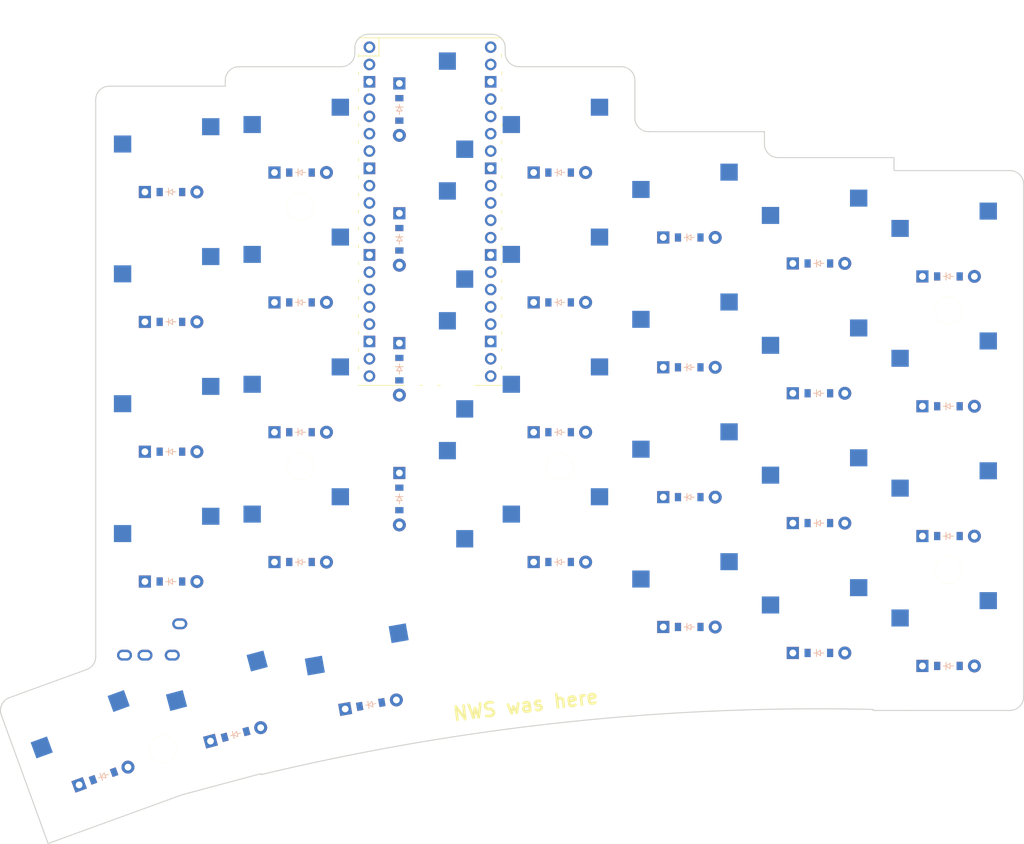
<source format=kicad_pcb>
(kicad_pcb (version 20240108) (generator "ergogen") (generator_version "4.1.0")
  (title_block (title "right") (date "2025-08-27") (rev "v1.0.0") (company "Unknown"))
  (layers (0 "F.Cu" signal) (31 "B.Cu" signal) (34 "B.Paste" user) (35 "F.Paste" user) (36 "B.SilkS" user "B.Silkscreen") (37 "F.SilkS" user "F.Silkscreen") (38 "B.Mask" user) (39 "F.Mask" user) (44 "Edge.Cuts" user))
  (net 0 "")
  (net 1 "GP12")
  (net 2 "mirror_reachy_bottom")
  (net 3 "mirror_reachy_home")
  (net 4 "mirror_reachy_top")
  (net 5 "mirror_reachy_num")
  (net 6 "GP11")
  (net 7 "mirror_outer_bottom")
  (net 8 "mirror_outer_home")
  (net 9 "mirror_outer_top")
  (net 10 "mirror_outer_num")
  (net 11 "GP10")
  (net 12 "mirror_pinky_bottom")
  (net 13 "mirror_pinky_home")
  (net 14 "mirror_pinky_top")
  (net 15 "mirror_pinky_num")
  (net 16 "GP9")
  (net 17 "mirror_ring_bottom")
  (net 18 "mirror_ring_home")
  (net 19 "mirror_ring_top")
  (net 20 "mirror_ring_num")
  (net 21 "GP7")
  (net 22 "mirror_index_bottom")
  (net 23 "mirror_index_home")
  (net 24 "mirror_index_top")
  (net 25 "mirror_index_num")
  (net 26 "GP6")
  (net 27 "mirror_inner_bottom")
  (net 28 "mirror_inner_home")
  (net 29 "mirror_inner_top")
  (net 30 "mirror_inner_num")
  (net 31 "GP8")
  (net 32 "mirror_tuck_only")
  (net 33 "mirror_center_only")
  (net 34 "mirror_reach_only")
  (net 35 "mirror_middle_bottom")
  (net 36 "mirror_middle_home")
  (net 37 "mirror_middle_top")
  (net 38 "mirror_middle_num")
  (net 39 "GP17")
  (net 40 "GP18")
  (net 41 "GP19")
  (net 42 "GP20")
  (net 43 "GP16")
  (net 44 "3V3")
  (net 45 "GP0")
  (net 46 "GP1")
  (net 47 "GND")
  (net 48 "GP2")
  (net 49 "GP3")
  (net 50 "GP4")
  (net 51 "GP5")
  (net 52 "GP13")
  (net 53 "GP14")
  (net 54 "GP15")
  (net 55 "GP21")
  (net 56 "GP22")
  (net 57 "GP26")
  (net 58 "GP27")
  (net 59 "GP28")
  (net 60 "RUN")
  (net 61 "ADC_VREF")
  (net 62 "3V3_EN")
  (net 63 "VSYS")
  (net 64 "VBUS")
  (net 65 "AGND")
  (net 66 "SWCLK")
  (net 67 "SWDIO")
  (module MX (layer F.Cu) (at 376 200 0)
    (fp_text reference "S1" hide)
    (fp_text value "" hide)
    (pad "" np_thru_hole circle (at 0 0) (size 3.9878 3.9878) (drill 3.9878) (layers *.Cu *.Mask))
    (pad "" np_thru_hole circle (at 5.08 0) (size 1.7018 1.7018) (drill 1.7018) (layers *.Cu *.Mask))
    (pad "" np_thru_hole circle (at -5.08 0) (size 1.7018 1.7018) (drill 1.7018) (layers *.Cu *.Mask))
    (pad "" np_thru_hole circle (at 2.54 -5.08) (size 3 3) (drill 3) (layers *.Cu *.Mask))
    (pad "" np_thru_hole circle (at -3.81 -2.54) (size 3 3) (drill 3) (layers *.Cu *.Mask))
    (pad 1 smd rect (at -7.085 -2.54 0) (size 2.55 2.5) (layers B.Cu B.Paste B.Mask) (net 1 "GP12"))
    (pad 2 smd rect (at 5.842 -5.08 0) (size 2.55 2.5) (layers B.Cu B.Paste B.Mask) (net 2 "mirror_reachy_bottom"))
  )
  (module MX (layer F.Cu) (at 376 180.95 0)
    (fp_text reference "S2" hide)
    (fp_text value "" hide)
    (pad "" np_thru_hole circle (at 0 0) (size 3.9878 3.9878) (drill 3.9878) (layers *.Cu *.Mask))
    (pad "" np_thru_hole circle (at 5.08 0) (size 1.7018 1.7018) (drill 1.7018) (layers *.Cu *.Mask))
    (pad "" np_thru_hole circle (at -5.08 0) (size 1.7018 1.7018) (drill 1.7018) (layers *.Cu *.Mask))
    (pad "" np_thru_hole circle (at 2.54 -5.08) (size 3 3) (drill 3) (layers *.Cu *.Mask))
    (pad "" np_thru_hole circle (at -3.81 -2.54) (size 3 3) (drill 3) (layers *.Cu *.Mask))
    (pad 1 smd rect (at -7.085 -2.54 0) (size 2.55 2.5) (layers B.Cu B.Paste B.Mask) (net 1 "GP12"))
    (pad 2 smd rect (at 5.842 -5.08 0) (size 2.55 2.5) (layers B.Cu B.Paste B.Mask) (net 3 "mirror_reachy_home"))
  )
  (module MX (layer F.Cu) (at 376 161.89999999999998 0)
    (fp_text reference "S3" hide)
    (fp_text value "" hide)
    (pad "" np_thru_hole circle (at 0 0) (size 3.9878 3.9878) (drill 3.9878) (layers *.Cu *.Mask))
    (pad "" np_thru_hole circle (at 5.08 0) (size 1.7018 1.7018) (drill 1.7018) (layers *.Cu *.Mask))
    (pad "" np_thru_hole circle (at -5.08 0) (size 1.7018 1.7018) (drill 1.7018) (layers *.Cu *.Mask))
    (pad "" np_thru_hole circle (at 2.54 -5.08) (size 3 3) (drill 3) (layers *.Cu *.Mask))
    (pad "" np_thru_hole circle (at -3.81 -2.54) (size 3 3) (drill 3) (layers *.Cu *.Mask))
    (pad 1 smd rect (at -7.085 -2.54 0) (size 2.55 2.5) (layers B.Cu B.Paste B.Mask) (net 1 "GP12"))
    (pad 2 smd rect (at 5.842 -5.08 0) (size 2.55 2.5) (layers B.Cu B.Paste B.Mask) (net 4 "mirror_reachy_top"))
  )
  (module MX (layer F.Cu) (at 376 142.84999999999997 0)
    (fp_text reference "S4" hide)
    (fp_text value "" hide)
    (pad "" np_thru_hole circle (at 0 0) (size 3.9878 3.9878) (drill 3.9878) (layers *.Cu *.Mask))
    (pad "" np_thru_hole circle (at 5.08 0) (size 1.7018 1.7018) (drill 1.7018) (layers *.Cu *.Mask))
    (pad "" np_thru_hole circle (at -5.08 0) (size 1.7018 1.7018) (drill 1.7018) (layers *.Cu *.Mask))
    (pad "" np_thru_hole circle (at 2.54 -5.08) (size 3 3) (drill 3) (layers *.Cu *.Mask))
    (pad "" np_thru_hole circle (at -3.81 -2.54) (size 3 3) (drill 3) (layers *.Cu *.Mask))
    (pad 1 smd rect (at -7.085 -2.54 0) (size 2.55 2.5) (layers B.Cu B.Paste B.Mask) (net 1 "GP12"))
    (pad 2 smd rect (at 5.842 -5.08 0) (size 2.55 2.5) (layers B.Cu B.Paste B.Mask) (net 5 "mirror_reachy_num"))
  )
  (module MX (layer F.Cu) (at 357 198.095 0)
    (fp_text reference "S5" hide)
    (fp_text value "" hide)
    (pad "" np_thru_hole circle (at 0 0) (size 3.9878 3.9878) (drill 3.9878) (layers *.Cu *.Mask))
    (pad "" np_thru_hole circle (at 5.08 0) (size 1.7018 1.7018) (drill 1.7018) (layers *.Cu *.Mask))
    (pad "" np_thru_hole circle (at -5.08 0) (size 1.7018 1.7018) (drill 1.7018) (layers *.Cu *.Mask))
    (pad "" np_thru_hole circle (at 2.54 -5.08) (size 3 3) (drill 3) (layers *.Cu *.Mask))
    (pad "" np_thru_hole circle (at -3.81 -2.54) (size 3 3) (drill 3) (layers *.Cu *.Mask))
    (pad 1 smd rect (at -7.085 -2.54 0) (size 2.55 2.5) (layers B.Cu B.Paste B.Mask) (net 6 "GP11"))
    (pad 2 smd rect (at 5.842 -5.08 0) (size 2.55 2.5) (layers B.Cu B.Paste B.Mask) (net 7 "mirror_outer_bottom"))
  )
  (module MX (layer F.Cu) (at 357 179.045 0)
    (fp_text reference "S6" hide)
    (fp_text value "" hide)
    (pad "" np_thru_hole circle (at 0 0) (size 3.9878 3.9878) (drill 3.9878) (layers *.Cu *.Mask))
    (pad "" np_thru_hole circle (at 5.08 0) (size 1.7018 1.7018) (drill 1.7018) (layers *.Cu *.Mask))
    (pad "" np_thru_hole circle (at -5.08 0) (size 1.7018 1.7018) (drill 1.7018) (layers *.Cu *.Mask))
    (pad "" np_thru_hole circle (at 2.54 -5.08) (size 3 3) (drill 3) (layers *.Cu *.Mask))
    (pad "" np_thru_hole circle (at -3.81 -2.54) (size 3 3) (drill 3) (layers *.Cu *.Mask))
    (pad 1 smd rect (at -7.085 -2.54 0) (size 2.55 2.5) (layers B.Cu B.Paste B.Mask) (net 6 "GP11"))
    (pad 2 smd rect (at 5.842 -5.08 0) (size 2.55 2.5) (layers B.Cu B.Paste B.Mask) (net 8 "mirror_outer_home"))
  )
  (module MX (layer F.Cu) (at 357 159.99499999999998 0)
    (fp_text reference "S7" hide)
    (fp_text value "" hide)
    (pad "" np_thru_hole circle (at 0 0) (size 3.9878 3.9878) (drill 3.9878) (layers *.Cu *.Mask))
    (pad "" np_thru_hole circle (at 5.08 0) (size 1.7018 1.7018) (drill 1.7018) (layers *.Cu *.Mask))
    (pad "" np_thru_hole circle (at -5.08 0) (size 1.7018 1.7018) (drill 1.7018) (layers *.Cu *.Mask))
    (pad "" np_thru_hole circle (at 2.54 -5.08) (size 3 3) (drill 3) (layers *.Cu *.Mask))
    (pad "" np_thru_hole circle (at -3.81 -2.54) (size 3 3) (drill 3) (layers *.Cu *.Mask))
    (pad 1 smd rect (at -7.085 -2.54 0) (size 2.55 2.5) (layers B.Cu B.Paste B.Mask) (net 6 "GP11"))
    (pad 2 smd rect (at 5.842 -5.08 0) (size 2.55 2.5) (layers B.Cu B.Paste B.Mask) (net 9 "mirror_outer_top"))
  )
  (module MX (layer F.Cu) (at 357 140.94499999999996 0)
    (fp_text reference "S8" hide)
    (fp_text value "" hide)
    (pad "" np_thru_hole circle (at 0 0) (size 3.9878 3.9878) (drill 3.9878) (layers *.Cu *.Mask))
    (pad "" np_thru_hole circle (at 5.08 0) (size 1.7018 1.7018) (drill 1.7018) (layers *.Cu *.Mask))
    (pad "" np_thru_hole circle (at -5.08 0) (size 1.7018 1.7018) (drill 1.7018) (layers *.Cu *.Mask))
    (pad "" np_thru_hole circle (at 2.54 -5.08) (size 3 3) (drill 3) (layers *.Cu *.Mask))
    (pad "" np_thru_hole circle (at -3.81 -2.54) (size 3 3) (drill 3) (layers *.Cu *.Mask))
    (pad 1 smd rect (at -7.085 -2.54 0) (size 2.55 2.5) (layers B.Cu B.Paste B.Mask) (net 6 "GP11"))
    (pad 2 smd rect (at 5.842 -5.08 0) (size 2.55 2.5) (layers B.Cu B.Paste B.Mask) (net 10 "mirror_outer_num"))
  )
  (module MX (layer F.Cu) (at 338 194.285 0)
    (fp_text reference "S9" hide)
    (fp_text value "" hide)
    (pad "" np_thru_hole circle (at 0 0) (size 3.9878 3.9878) (drill 3.9878) (layers *.Cu *.Mask))
    (pad "" np_thru_hole circle (at 5.08 0) (size 1.7018 1.7018) (drill 1.7018) (layers *.Cu *.Mask))
    (pad "" np_thru_hole circle (at -5.08 0) (size 1.7018 1.7018) (drill 1.7018) (layers *.Cu *.Mask))
    (pad "" np_thru_hole circle (at 2.54 -5.08) (size 3 3) (drill 3) (layers *.Cu *.Mask))
    (pad "" np_thru_hole circle (at -3.81 -2.54) (size 3 3) (drill 3) (layers *.Cu *.Mask))
    (pad 1 smd rect (at -7.085 -2.54 0) (size 2.55 2.5) (layers B.Cu B.Paste B.Mask) (net 11 "GP10"))
    (pad 2 smd rect (at 5.842 -5.08 0) (size 2.55 2.5) (layers B.Cu B.Paste B.Mask) (net 12 "mirror_pinky_bottom"))
  )
  (module MX (layer F.Cu) (at 338 175.23499999999999 0)
    (fp_text reference "S10" hide)
    (fp_text value "" hide)
    (pad "" np_thru_hole circle (at 0 0) (size 3.9878 3.9878) (drill 3.9878) (layers *.Cu *.Mask))
    (pad "" np_thru_hole circle (at 5.08 0) (size 1.7018 1.7018) (drill 1.7018) (layers *.Cu *.Mask))
    (pad "" np_thru_hole circle (at -5.08 0) (size 1.7018 1.7018) (drill 1.7018) (layers *.Cu *.Mask))
    (pad "" np_thru_hole circle (at 2.54 -5.08) (size 3 3) (drill 3) (layers *.Cu *.Mask))
    (pad "" np_thru_hole circle (at -3.81 -2.54) (size 3 3) (drill 3) (layers *.Cu *.Mask))
    (pad 1 smd rect (at -7.085 -2.54 0) (size 2.55 2.5) (layers B.Cu B.Paste B.Mask) (net 11 "GP10"))
    (pad 2 smd rect (at 5.842 -5.08 0) (size 2.55 2.5) (layers B.Cu B.Paste B.Mask) (net 13 "mirror_pinky_home"))
  )
  (module MX (layer F.Cu) (at 338 156.18499999999997 0)
    (fp_text reference "S11" hide)
    (fp_text value "" hide)
    (pad "" np_thru_hole circle (at 0 0) (size 3.9878 3.9878) (drill 3.9878) (layers *.Cu *.Mask))
    (pad "" np_thru_hole circle (at 5.08 0) (size 1.7018 1.7018) (drill 1.7018) (layers *.Cu *.Mask))
    (pad "" np_thru_hole circle (at -5.08 0) (size 1.7018 1.7018) (drill 1.7018) (layers *.Cu *.Mask))
    (pad "" np_thru_hole circle (at 2.54 -5.08) (size 3 3) (drill 3) (layers *.Cu *.Mask))
    (pad "" np_thru_hole circle (at -3.81 -2.54) (size 3 3) (drill 3) (layers *.Cu *.Mask))
    (pad 1 smd rect (at -7.085 -2.54 0) (size 2.55 2.5) (layers B.Cu B.Paste B.Mask) (net 11 "GP10"))
    (pad 2 smd rect (at 5.842 -5.08 0) (size 2.55 2.5) (layers B.Cu B.Paste B.Mask) (net 14 "mirror_pinky_top"))
  )
  (module MX (layer F.Cu) (at 338 137.13499999999996 0)
    (fp_text reference "S12" hide)
    (fp_text value "" hide)
    (pad "" np_thru_hole circle (at 0 0) (size 3.9878 3.9878) (drill 3.9878) (layers *.Cu *.Mask))
    (pad "" np_thru_hole circle (at 5.08 0) (size 1.7018 1.7018) (drill 1.7018) (layers *.Cu *.Mask))
    (pad "" np_thru_hole circle (at -5.08 0) (size 1.7018 1.7018) (drill 1.7018) (layers *.Cu *.Mask))
    (pad "" np_thru_hole circle (at 2.54 -5.08) (size 3 3) (drill 3) (layers *.Cu *.Mask))
    (pad "" np_thru_hole circle (at -3.81 -2.54) (size 3 3) (drill 3) (layers *.Cu *.Mask))
    (pad 1 smd rect (at -7.085 -2.54 0) (size 2.55 2.5) (layers B.Cu B.Paste B.Mask) (net 11 "GP10"))
    (pad 2 smd rect (at 5.842 -5.08 0) (size 2.55 2.5) (layers B.Cu B.Paste B.Mask) (net 15 "mirror_pinky_num"))
  )
  (module MX (layer F.Cu) (at 319 184.76 0)
    (fp_text reference "S13" hide)
    (fp_text value "" hide)
    (pad "" np_thru_hole circle (at 0 0) (size 3.9878 3.9878) (drill 3.9878) (layers *.Cu *.Mask))
    (pad "" np_thru_hole circle (at 5.08 0) (size 1.7018 1.7018) (drill 1.7018) (layers *.Cu *.Mask))
    (pad "" np_thru_hole circle (at -5.08 0) (size 1.7018 1.7018) (drill 1.7018) (layers *.Cu *.Mask))
    (pad "" np_thru_hole circle (at 2.54 -5.08) (size 3 3) (drill 3) (layers *.Cu *.Mask))
    (pad "" np_thru_hole circle (at -3.81 -2.54) (size 3 3) (drill 3) (layers *.Cu *.Mask))
    (pad 1 smd rect (at -7.085 -2.54 0) (size 2.55 2.5) (layers B.Cu B.Paste B.Mask) (net 16 "GP9"))
    (pad 2 smd rect (at 5.842 -5.08 0) (size 2.55 2.5) (layers B.Cu B.Paste B.Mask) (net 17 "mirror_ring_bottom"))
  )
  (module MX (layer F.Cu) (at 319 165.70999999999998 0)
    (fp_text reference "S14" hide)
    (fp_text value "" hide)
    (pad "" np_thru_hole circle (at 0 0) (size 3.9878 3.9878) (drill 3.9878) (layers *.Cu *.Mask))
    (pad "" np_thru_hole circle (at 5.08 0) (size 1.7018 1.7018) (drill 1.7018) (layers *.Cu *.Mask))
    (pad "" np_thru_hole circle (at -5.08 0) (size 1.7018 1.7018) (drill 1.7018) (layers *.Cu *.Mask))
    (pad "" np_thru_hole circle (at 2.54 -5.08) (size 3 3) (drill 3) (layers *.Cu *.Mask))
    (pad "" np_thru_hole circle (at -3.81 -2.54) (size 3 3) (drill 3) (layers *.Cu *.Mask))
    (pad 1 smd rect (at -7.085 -2.54 0) (size 2.55 2.5) (layers B.Cu B.Paste B.Mask) (net 16 "GP9"))
    (pad 2 smd rect (at 5.842 -5.08 0) (size 2.55 2.5) (layers B.Cu B.Paste B.Mask) (net 18 "mirror_ring_home"))
  )
  (module MX (layer F.Cu) (at 319 146.65999999999997 0)
    (fp_text reference "S15" hide)
    (fp_text value "" hide)
    (pad "" np_thru_hole circle (at 0 0) (size 3.9878 3.9878) (drill 3.9878) (layers *.Cu *.Mask))
    (pad "" np_thru_hole circle (at 5.08 0) (size 1.7018 1.7018) (drill 1.7018) (layers *.Cu *.Mask))
    (pad "" np_thru_hole circle (at -5.08 0) (size 1.7018 1.7018) (drill 1.7018) (layers *.Cu *.Mask))
    (pad "" np_thru_hole circle (at 2.54 -5.08) (size 3 3) (drill 3) (layers *.Cu *.Mask))
    (pad "" np_thru_hole circle (at -3.81 -2.54) (size 3 3) (drill 3) (layers *.Cu *.Mask))
    (pad 1 smd rect (at -7.085 -2.54 0) (size 2.55 2.5) (layers B.Cu B.Paste B.Mask) (net 16 "GP9"))
    (pad 2 smd rect (at 5.842 -5.08 0) (size 2.55 2.5) (layers B.Cu B.Paste B.Mask) (net 19 "mirror_ring_top"))
  )
  (module MX (layer F.Cu) (at 319 127.60999999999997 0)
    (fp_text reference "S16" hide)
    (fp_text value "" hide)
    (pad "" np_thru_hole circle (at 0 0) (size 3.9878 3.9878) (drill 3.9878) (layers *.Cu *.Mask))
    (pad "" np_thru_hole circle (at 5.08 0) (size 1.7018 1.7018) (drill 1.7018) (layers *.Cu *.Mask))
    (pad "" np_thru_hole circle (at -5.08 0) (size 1.7018 1.7018) (drill 1.7018) (layers *.Cu *.Mask))
    (pad "" np_thru_hole circle (at 2.54 -5.08) (size 3 3) (drill 3) (layers *.Cu *.Mask))
    (pad "" np_thru_hole circle (at -3.81 -2.54) (size 3 3) (drill 3) (layers *.Cu *.Mask))
    (pad 1 smd rect (at -7.085 -2.54 0) (size 2.55 2.5) (layers B.Cu B.Paste B.Mask) (net 16 "GP9"))
    (pad 2 smd rect (at 5.842 -5.08 0) (size 2.55 2.5) (layers B.Cu B.Paste B.Mask) (net 20 "mirror_ring_num"))
  )
  (module MX (layer F.Cu) (at 281 184.76 0)
    (fp_text reference "S17" hide)
    (fp_text value "" hide)
    (pad "" np_thru_hole circle (at 0 0) (size 3.9878 3.9878) (drill 3.9878) (layers *.Cu *.Mask))
    (pad "" np_thru_hole circle (at 5.08 0) (size 1.7018 1.7018) (drill 1.7018) (layers *.Cu *.Mask))
    (pad "" np_thru_hole circle (at -5.08 0) (size 1.7018 1.7018) (drill 1.7018) (layers *.Cu *.Mask))
    (pad "" np_thru_hole circle (at 2.54 -5.08) (size 3 3) (drill 3) (layers *.Cu *.Mask))
    (pad "" np_thru_hole circle (at -3.81 -2.54) (size 3 3) (drill 3) (layers *.Cu *.Mask))
    (pad 1 smd rect (at -7.085 -2.54 0) (size 2.55 2.5) (layers B.Cu B.Paste B.Mask) (net 21 "GP7"))
    (pad 2 smd rect (at 5.842 -5.08 0) (size 2.55 2.5) (layers B.Cu B.Paste B.Mask) (net 22 "mirror_index_bottom"))
  )
  (module MX (layer F.Cu) (at 281 165.70999999999998 0)
    (fp_text reference "S18" hide)
    (fp_text value "" hide)
    (pad "" np_thru_hole circle (at 0 0) (size 3.9878 3.9878) (drill 3.9878) (layers *.Cu *.Mask))
    (pad "" np_thru_hole circle (at 5.08 0) (size 1.7018 1.7018) (drill 1.7018) (layers *.Cu *.Mask))
    (pad "" np_thru_hole circle (at -5.08 0) (size 1.7018 1.7018) (drill 1.7018) (layers *.Cu *.Mask))
    (pad "" np_thru_hole circle (at 2.54 -5.08) (size 3 3) (drill 3) (layers *.Cu *.Mask))
    (pad "" np_thru_hole circle (at -3.81 -2.54) (size 3 3) (drill 3) (layers *.Cu *.Mask))
    (pad 1 smd rect (at -7.085 -2.54 0) (size 2.55 2.5) (layers B.Cu B.Paste B.Mask) (net 21 "GP7"))
    (pad 2 smd rect (at 5.842 -5.08 0) (size 2.55 2.5) (layers B.Cu B.Paste B.Mask) (net 23 "mirror_index_home"))
  )
  (module MX (layer F.Cu) (at 281 146.65999999999997 0)
    (fp_text reference "S19" hide)
    (fp_text value "" hide)
    (pad "" np_thru_hole circle (at 0 0) (size 3.9878 3.9878) (drill 3.9878) (layers *.Cu *.Mask))
    (pad "" np_thru_hole circle (at 5.08 0) (size 1.7018 1.7018) (drill 1.7018) (layers *.Cu *.Mask))
    (pad "" np_thru_hole circle (at -5.08 0) (size 1.7018 1.7018) (drill 1.7018) (layers *.Cu *.Mask))
    (pad "" np_thru_hole circle (at 2.54 -5.08) (size 3 3) (drill 3) (layers *.Cu *.Mask))
    (pad "" np_thru_hole circle (at -3.81 -2.54) (size 3 3) (drill 3) (layers *.Cu *.Mask))
    (pad 1 smd rect (at -7.085 -2.54 0) (size 2.55 2.5) (layers B.Cu B.Paste B.Mask) (net 21 "GP7"))
    (pad 2 smd rect (at 5.842 -5.08 0) (size 2.55 2.5) (layers B.Cu B.Paste B.Mask) (net 24 "mirror_index_top"))
  )
  (module MX (layer F.Cu) (at 281 127.60999999999997 0)
    (fp_text reference "S20" hide)
    (fp_text value "" hide)
    (pad "" np_thru_hole circle (at 0 0) (size 3.9878 3.9878) (drill 3.9878) (layers *.Cu *.Mask))
    (pad "" np_thru_hole circle (at 5.08 0) (size 1.7018 1.7018) (drill 1.7018) (layers *.Cu *.Mask))
    (pad "" np_thru_hole circle (at -5.08 0) (size 1.7018 1.7018) (drill 1.7018) (layers *.Cu *.Mask))
    (pad "" np_thru_hole circle (at 2.54 -5.08) (size 3 3) (drill 3) (layers *.Cu *.Mask))
    (pad "" np_thru_hole circle (at -3.81 -2.54) (size 3 3) (drill 3) (layers *.Cu *.Mask))
    (pad 1 smd rect (at -7.085 -2.54 0) (size 2.55 2.5) (layers B.Cu B.Paste B.Mask) (net 21 "GP7"))
    (pad 2 smd rect (at 5.842 -5.08 0) (size 2.55 2.5) (layers B.Cu B.Paste B.Mask) (net 25 "mirror_index_num"))
  )
  (module MX (layer F.Cu) (at 262 187.6175 0)
    (fp_text reference "S21" hide)
    (fp_text value "" hide)
    (pad "" np_thru_hole circle (at 0 0) (size 3.9878 3.9878) (drill 3.9878) (layers *.Cu *.Mask))
    (pad "" np_thru_hole circle (at 5.08 0) (size 1.7018 1.7018) (drill 1.7018) (layers *.Cu *.Mask))
    (pad "" np_thru_hole circle (at -5.08 0) (size 1.7018 1.7018) (drill 1.7018) (layers *.Cu *.Mask))
    (pad "" np_thru_hole circle (at 2.54 -5.08) (size 3 3) (drill 3) (layers *.Cu *.Mask))
    (pad "" np_thru_hole circle (at -3.81 -2.54) (size 3 3) (drill 3) (layers *.Cu *.Mask))
    (pad 1 smd rect (at -7.085 -2.54 0) (size 2.55 2.5) (layers B.Cu B.Paste B.Mask) (net 26 "GP6"))
    (pad 2 smd rect (at 5.842 -5.08 0) (size 2.55 2.5) (layers B.Cu B.Paste B.Mask) (net 27 "mirror_inner_bottom"))
  )
  (module MX (layer F.Cu) (at 262 168.5675 0)
    (fp_text reference "S22" hide)
    (fp_text value "" hide)
    (pad "" np_thru_hole circle (at 0 0) (size 3.9878 3.9878) (drill 3.9878) (layers *.Cu *.Mask))
    (pad "" np_thru_hole circle (at 5.08 0) (size 1.7018 1.7018) (drill 1.7018) (layers *.Cu *.Mask))
    (pad "" np_thru_hole circle (at -5.08 0) (size 1.7018 1.7018) (drill 1.7018) (layers *.Cu *.Mask))
    (pad "" np_thru_hole circle (at 2.54 -5.08) (size 3 3) (drill 3) (layers *.Cu *.Mask))
    (pad "" np_thru_hole circle (at -3.81 -2.54) (size 3 3) (drill 3) (layers *.Cu *.Mask))
    (pad 1 smd rect (at -7.085 -2.54 0) (size 2.55 2.5) (layers B.Cu B.Paste B.Mask) (net 26 "GP6"))
    (pad 2 smd rect (at 5.842 -5.08 0) (size 2.55 2.5) (layers B.Cu B.Paste B.Mask) (net 28 "mirror_inner_home"))
  )
  (module MX (layer F.Cu) (at 262 149.51749999999998 0)
    (fp_text reference "S23" hide)
    (fp_text value "" hide)
    (pad "" np_thru_hole circle (at 0 0) (size 3.9878 3.9878) (drill 3.9878) (layers *.Cu *.Mask))
    (pad "" np_thru_hole circle (at 5.08 0) (size 1.7018 1.7018) (drill 1.7018) (layers *.Cu *.Mask))
    (pad "" np_thru_hole circle (at -5.08 0) (size 1.7018 1.7018) (drill 1.7018) (layers *.Cu *.Mask))
    (pad "" np_thru_hole circle (at 2.54 -5.08) (size 3 3) (drill 3) (layers *.Cu *.Mask))
    (pad "" np_thru_hole circle (at -3.81 -2.54) (size 3 3) (drill 3) (layers *.Cu *.Mask))
    (pad 1 smd rect (at -7.085 -2.54 0) (size 2.55 2.5) (layers B.Cu B.Paste B.Mask) (net 26 "GP6"))
    (pad 2 smd rect (at 5.842 -5.08 0) (size 2.55 2.5) (layers B.Cu B.Paste B.Mask) (net 29 "mirror_inner_top"))
  )
  (module MX (layer F.Cu) (at 262 130.46749999999997 0)
    (fp_text reference "S24" hide)
    (fp_text value "" hide)
    (pad "" np_thru_hole circle (at 0 0) (size 3.9878 3.9878) (drill 3.9878) (layers *.Cu *.Mask))
    (pad "" np_thru_hole circle (at 5.08 0) (size 1.7018 1.7018) (drill 1.7018) (layers *.Cu *.Mask))
    (pad "" np_thru_hole circle (at -5.08 0) (size 1.7018 1.7018) (drill 1.7018) (layers *.Cu *.Mask))
    (pad "" np_thru_hole circle (at 2.54 -5.08) (size 3 3) (drill 3) (layers *.Cu *.Mask))
    (pad "" np_thru_hole circle (at -3.81 -2.54) (size 3 3) (drill 3) (layers *.Cu *.Mask))
    (pad 1 smd rect (at -7.085 -2.54 0) (size 2.55 2.5) (layers B.Cu B.Paste B.Mask) (net 26 "GP6"))
    (pad 2 smd rect (at 5.842 -5.08 0) (size 2.55 2.5) (layers B.Cu B.Paste B.Mask) (net 30 "mirror_inner_num"))
  )
  (module MX (layer F.Cu) (at 290.525 205.71499999999997 10)
    (fp_text reference "S25" hide)
    (fp_text value "" hide)
    (pad "" np_thru_hole circle (at 0 0) (size 3.9878 3.9878) (drill 3.9878) (layers *.Cu *.Mask))
    (pad "" np_thru_hole circle (at 5.08 0) (size 1.7018 1.7018) (drill 1.7018) (layers *.Cu *.Mask))
    (pad "" np_thru_hole circle (at -5.08 0) (size 1.7018 1.7018) (drill 1.7018) (layers *.Cu *.Mask))
    (pad "" np_thru_hole circle (at 2.54 -5.08) (size 3 3) (drill 3) (layers *.Cu *.Mask))
    (pad "" np_thru_hole circle (at -3.81 -2.54) (size 3 3) (drill 3) (layers *.Cu *.Mask))
    (pad 1 smd rect (at -7.085 -2.54 10) (size 2.55 2.5) (layers B.Cu B.Paste B.Mask) (net 31 "GP8"))
    (pad 2 smd rect (at 5.842 -5.08 10) (size 2.55 2.5) (layers B.Cu B.Paste B.Mask) (net 32 "mirror_tuck_only"))
  )
  (module MX (layer F.Cu) (at 270.3217576 210.19395099999997 15)
    (fp_text reference "S26" hide)
    (fp_text value "" hide)
    (pad "" np_thru_hole circle (at 0 0) (size 3.9878 3.9878) (drill 3.9878) (layers *.Cu *.Mask))
    (pad "" np_thru_hole circle (at 5.08 0) (size 1.7018 1.7018) (drill 1.7018) (layers *.Cu *.Mask))
    (pad "" np_thru_hole circle (at -5.08 0) (size 1.7018 1.7018) (drill 1.7018) (layers *.Cu *.Mask))
    (pad "" np_thru_hole circle (at 2.54 -5.08) (size 3 3) (drill 3) (layers *.Cu *.Mask))
    (pad "" np_thru_hole circle (at -3.81 -2.54) (size 3 3) (drill 3) (layers *.Cu *.Mask))
    (pad 1 smd rect (at -7.085 -2.54 15) (size 2.55 2.5) (layers B.Cu B.Paste B.Mask) (net 21 "GP7"))
    (pad 2 smd rect (at 5.842 -5.08 15) (size 2.55 2.5) (layers B.Cu B.Paste B.Mask) (net 33 "mirror_center_only"))
  )
  (module MX (layer F.Cu) (at 250.585761 216.41668679999998 20)
    (fp_text reference "S27" hide)
    (fp_text value "" hide)
    (pad "" np_thru_hole circle (at 0 0) (size 3.9878 3.9878) (drill 3.9878) (layers *.Cu *.Mask))
    (pad "" np_thru_hole circle (at 5.08 0) (size 1.7018 1.7018) (drill 1.7018) (layers *.Cu *.Mask))
    (pad "" np_thru_hole circle (at -5.08 0) (size 1.7018 1.7018) (drill 1.7018) (layers *.Cu *.Mask))
    (pad "" np_thru_hole circle (at 2.54 -5.08) (size 3 3) (drill 3) (layers *.Cu *.Mask))
    (pad "" np_thru_hole circle (at -3.81 -2.54) (size 3 3) (drill 3) (layers *.Cu *.Mask))
    (pad 1 smd rect (at -7.085 -2.54 20) (size 2.55 2.5) (layers B.Cu B.Paste B.Mask) (net 26 "GP6"))
    (pad 2 smd rect (at 5.842 -5.08 20) (size 2.55 2.5) (layers B.Cu B.Paste B.Mask) (net 34 "mirror_reach_only"))
  )
  (module MX (layer F.Cu) (at 300 179.9975 -90)
    (fp_text reference "S28" hide)
    (fp_text value "" hide)
    (pad "" np_thru_hole circle (at 0 0) (size 3.9878 3.9878) (drill 3.9878) (layers *.Cu *.Mask))
    (pad "" np_thru_hole circle (at 5.08 0) (size 1.7018 1.7018) (drill 1.7018) (layers *.Cu *.Mask))
    (pad "" np_thru_hole circle (at -5.08 0) (size 1.7018 1.7018) (drill 1.7018) (layers *.Cu *.Mask))
    (pad "" np_thru_hole circle (at 2.54 -5.08) (size 3 3) (drill 3) (layers *.Cu *.Mask))
    (pad "" np_thru_hole circle (at -3.81 -2.54) (size 3 3) (drill 3) (layers *.Cu *.Mask))
    (pad 1 smd rect (at -7.085 -2.54 -90) (size 2.55 2.5) (layers B.Cu B.Paste B.Mask) (net 31 "GP8"))
    (pad 2 smd rect (at 5.842 -5.08 -90) (size 2.55 2.5) (layers B.Cu B.Paste B.Mask) (net 35 "mirror_middle_bottom"))
  )
  (module MX (layer F.Cu) (at 300 160.9475 -90)
    (fp_text reference "S29" hide)
    (fp_text value "" hide)
    (pad "" np_thru_hole circle (at 0 0) (size 3.9878 3.9878) (drill 3.9878) (layers *.Cu *.Mask))
    (pad "" np_thru_hole circle (at 5.08 0) (size 1.7018 1.7018) (drill 1.7018) (layers *.Cu *.Mask))
    (pad "" np_thru_hole circle (at -5.08 0) (size 1.7018 1.7018) (drill 1.7018) (layers *.Cu *.Mask))
    (pad "" np_thru_hole circle (at 2.54 -5.08) (size 3 3) (drill 3) (layers *.Cu *.Mask))
    (pad "" np_thru_hole circle (at -3.81 -2.54) (size 3 3) (drill 3) (layers *.Cu *.Mask))
    (pad 1 smd rect (at -7.085 -2.54 -90) (size 2.55 2.5) (layers B.Cu B.Paste B.Mask) (net 31 "GP8"))
    (pad 2 smd rect (at 5.842 -5.08 -90) (size 2.55 2.5) (layers B.Cu B.Paste B.Mask) (net 36 "mirror_middle_home"))
  )
  (module MX (layer F.Cu) (at 300 141.89749999999998 -90)
    (fp_text reference "S30" hide)
    (fp_text value "" hide)
    (pad "" np_thru_hole circle (at 0 0) (size 3.9878 3.9878) (drill 3.9878) (layers *.Cu *.Mask))
    (pad "" np_thru_hole circle (at 5.08 0) (size 1.7018 1.7018) (drill 1.7018) (layers *.Cu *.Mask))
    (pad "" np_thru_hole circle (at -5.08 0) (size 1.7018 1.7018) (drill 1.7018) (layers *.Cu *.Mask))
    (pad "" np_thru_hole circle (at 2.54 -5.08) (size 3 3) (drill 3) (layers *.Cu *.Mask))
    (pad "" np_thru_hole circle (at -3.81 -2.54) (size 3 3) (drill 3) (layers *.Cu *.Mask))
    (pad 1 smd rect (at -7.085 -2.54 -90) (size 2.55 2.5) (layers B.Cu B.Paste B.Mask) (net 31 "GP8"))
    (pad 2 smd rect (at 5.842 -5.08 -90) (size 2.55 2.5) (layers B.Cu B.Paste B.Mask) (net 37 "mirror_middle_top"))
  )
  (module MX (layer F.Cu) (at 300 122.84749999999998 -90)
    (fp_text reference "S31" hide)
    (fp_text value "" hide)
    (pad "" np_thru_hole circle (at 0 0) (size 3.9878 3.9878) (drill 3.9878) (layers *.Cu *.Mask))
    (pad "" np_thru_hole circle (at 5.08 0) (size 1.7018 1.7018) (drill 1.7018) (layers *.Cu *.Mask))
    (pad "" np_thru_hole circle (at -5.08 0) (size 1.7018 1.7018) (drill 1.7018) (layers *.Cu *.Mask))
    (pad "" np_thru_hole circle (at 2.54 -5.08) (size 3 3) (drill 3) (layers *.Cu *.Mask))
    (pad "" np_thru_hole circle (at -3.81 -2.54) (size 3 3) (drill 3) (layers *.Cu *.Mask))
    (pad 1 smd rect (at -7.085 -2.54 -90) (size 2.55 2.5) (layers B.Cu B.Paste B.Mask) (net 31 "GP8"))
    (pad 2 smd rect (at 5.842 -5.08 -90) (size 2.55 2.5) (layers B.Cu B.Paste B.Mask) (net 38 "mirror_middle_num"))
  )
  (module ComboDiode (layer F.Cu) (at 376 204.5 0)
    (fp_text reference "D1" hide)
    (fp_text value "" hide)
    (pad 1 smd rect (at -1.65 0 0) (size 0.9 1.2) (layers F.Cu F.Paste F.Mask) (net 39 "GP17"))
    (pad 2 smd rect (at 1.65 0 0) (size 0.9 1.2) (layers B.Cu B.Paste B.Mask) (net 2 "mirror_reachy_bottom"))
    (pad 1 smd rect (at -1.65 0 0) (size 0.9 1.2) (layers B.Cu B.Paste B.Mask) (net 39 "GP17"))
    (pad 2 smd rect (at 1.65 0 0) (size 0.9 1.2) (layers F.Cu F.Paste F.Mask) (net 2 "mirror_reachy_bottom"))
    (pad 1 thru_hole rect (at -3.81 0 0) (size 1.778 1.778) (drill 0.9906) (layers *.Cu *.Mask) (net 39 "GP17"))
    (pad 2 thru_hole circle (at 3.81 0 0) (size 1.905 1.905) (drill 0.9906) (layers *.Cu *.Mask) (net 2 "mirror_reachy_bottom"))
  )
  (module ComboDiode (layer F.Cu) (at 376 185.45 0)
    (fp_text reference "D2" hide)
    (fp_text value "" hide)
    (pad 1 smd rect (at -1.65 0 0) (size 0.9 1.2) (layers F.Cu F.Paste F.Mask) (net 40 "GP18"))
    (pad 2 smd rect (at 1.65 0 0) (size 0.9 1.2) (layers B.Cu B.Paste B.Mask) (net 3 "mirror_reachy_home"))
    (pad 1 smd rect (at -1.65 0 0) (size 0.9 1.2) (layers B.Cu B.Paste B.Mask) (net 40 "GP18"))
    (pad 2 smd rect (at 1.65 0 0) (size 0.9 1.2) (layers F.Cu F.Paste F.Mask) (net 3 "mirror_reachy_home"))
    (pad 1 thru_hole rect (at -3.81 0 0) (size 1.778 1.778) (drill 0.9906) (layers *.Cu *.Mask) (net 40 "GP18"))
    (pad 2 thru_hole circle (at 3.81 0 0) (size 1.905 1.905) (drill 0.9906) (layers *.Cu *.Mask) (net 3 "mirror_reachy_home"))
  )
  (module ComboDiode (layer F.Cu) (at 376 166.39999999999998 0)
    (fp_text reference "D3" hide)
    (fp_text value "" hide)
    (pad 1 smd rect (at -1.65 0 0) (size 0.9 1.2) (layers F.Cu F.Paste F.Mask) (net 41 "GP19"))
    (pad 2 smd rect (at 1.65 0 0) (size 0.9 1.2) (layers B.Cu B.Paste B.Mask) (net 4 "mirror_reachy_top"))
    (pad 1 smd rect (at -1.65 0 0) (size 0.9 1.2) (layers B.Cu B.Paste B.Mask) (net 41 "GP19"))
    (pad 2 smd rect (at 1.65 0 0) (size 0.9 1.2) (layers F.Cu F.Paste F.Mask) (net 4 "mirror_reachy_top"))
    (pad 1 thru_hole rect (at -3.81 0 0) (size 1.778 1.778) (drill 0.9906) (layers *.Cu *.Mask) (net 41 "GP19"))
    (pad 2 thru_hole circle (at 3.81 0 0) (size 1.905 1.905) (drill 0.9906) (layers *.Cu *.Mask) (net 4 "mirror_reachy_top"))
  )
  (module ComboDiode (layer F.Cu) (at 376 147.34999999999997 0)
    (fp_text reference "D4" hide)
    (fp_text value "" hide)
    (pad 1 smd rect (at -1.65 0 0) (size 0.9 1.2) (layers F.Cu F.Paste F.Mask) (net 42 "GP20"))
    (pad 2 smd rect (at 1.65 0 0) (size 0.9 1.2) (layers B.Cu B.Paste B.Mask) (net 5 "mirror_reachy_num"))
    (pad 1 smd rect (at -1.65 0 0) (size 0.9 1.2) (layers B.Cu B.Paste B.Mask) (net 42 "GP20"))
    (pad 2 smd rect (at 1.65 0 0) (size 0.9 1.2) (layers F.Cu F.Paste F.Mask) (net 5 "mirror_reachy_num"))
    (pad 1 thru_hole rect (at -3.81 0 0) (size 1.778 1.778) (drill 0.9906) (layers *.Cu *.Mask) (net 42 "GP20"))
    (pad 2 thru_hole circle (at 3.81 0 0) (size 1.905 1.905) (drill 0.9906) (layers *.Cu *.Mask) (net 5 "mirror_reachy_num"))
  )
  (module ComboDiode (layer F.Cu) (at 357 202.595 0)
    (fp_text reference "D5" hide)
    (fp_text value "" hide)
    (pad 1 smd rect (at -1.65 0 0) (size 0.9 1.2) (layers F.Cu F.Paste F.Mask) (net 39 "GP17"))
    (pad 2 smd rect (at 1.65 0 0) (size 0.9 1.2) (layers B.Cu B.Paste B.Mask) (net 7 "mirror_outer_bottom"))
    (pad 1 smd rect (at -1.65 0 0) (size 0.9 1.2) (layers B.Cu B.Paste B.Mask) (net 39 "GP17"))
    (pad 2 smd rect (at 1.65 0 0) (size 0.9 1.2) (layers F.Cu F.Paste F.Mask) (net 7 "mirror_outer_bottom"))
    (pad 1 thru_hole rect (at -3.81 0 0) (size 1.778 1.778) (drill 0.9906) (layers *.Cu *.Mask) (net 39 "GP17"))
    (pad 2 thru_hole circle (at 3.81 0 0) (size 1.905 1.905) (drill 0.9906) (layers *.Cu *.Mask) (net 7 "mirror_outer_bottom"))
  )
  (module ComboDiode (layer F.Cu) (at 357 183.545 0)
    (fp_text reference "D6" hide)
    (fp_text value "" hide)
    (pad 1 smd rect (at -1.65 0 0) (size 0.9 1.2) (layers F.Cu F.Paste F.Mask) (net 40 "GP18"))
    (pad 2 smd rect (at 1.65 0 0) (size 0.9 1.2) (layers B.Cu B.Paste B.Mask) (net 8 "mirror_outer_home"))
    (pad 1 smd rect (at -1.65 0 0) (size 0.9 1.2) (layers B.Cu B.Paste B.Mask) (net 40 "GP18"))
    (pad 2 smd rect (at 1.65 0 0) (size 0.9 1.2) (layers F.Cu F.Paste F.Mask) (net 8 "mirror_outer_home"))
    (pad 1 thru_hole rect (at -3.81 0 0) (size 1.778 1.778) (drill 0.9906) (layers *.Cu *.Mask) (net 40 "GP18"))
    (pad 2 thru_hole circle (at 3.81 0 0) (size 1.905 1.905) (drill 0.9906) (layers *.Cu *.Mask) (net 8 "mirror_outer_home"))
  )
  (module ComboDiode (layer F.Cu) (at 357 164.49499999999998 0)
    (fp_text reference "D7" hide)
    (fp_text value "" hide)
    (pad 1 smd rect (at -1.65 0 0) (size 0.9 1.2) (layers F.Cu F.Paste F.Mask) (net 41 "GP19"))
    (pad 2 smd rect (at 1.65 0 0) (size 0.9 1.2) (layers B.Cu B.Paste B.Mask) (net 9 "mirror_outer_top"))
    (pad 1 smd rect (at -1.65 0 0) (size 0.9 1.2) (layers B.Cu B.Paste B.Mask) (net 41 "GP19"))
    (pad 2 smd rect (at 1.65 0 0) (size 0.9 1.2) (layers F.Cu F.Paste F.Mask) (net 9 "mirror_outer_top"))
    (pad 1 thru_hole rect (at -3.81 0 0) (size 1.778 1.778) (drill 0.9906) (layers *.Cu *.Mask) (net 41 "GP19"))
    (pad 2 thru_hole circle (at 3.81 0 0) (size 1.905 1.905) (drill 0.9906) (layers *.Cu *.Mask) (net 9 "mirror_outer_top"))
  )
  (module ComboDiode (layer F.Cu) (at 357 145.44499999999996 0)
    (fp_text reference "D8" hide)
    (fp_text value "" hide)
    (pad 1 smd rect (at -1.65 0 0) (size 0.9 1.2) (layers F.Cu F.Paste F.Mask) (net 42 "GP20"))
    (pad 2 smd rect (at 1.65 0 0) (size 0.9 1.2) (layers B.Cu B.Paste B.Mask) (net 10 "mirror_outer_num"))
    (pad 1 smd rect (at -1.65 0 0) (size 0.9 1.2) (layers B.Cu B.Paste B.Mask) (net 42 "GP20"))
    (pad 2 smd rect (at 1.65 0 0) (size 0.9 1.2) (layers F.Cu F.Paste F.Mask) (net 10 "mirror_outer_num"))
    (pad 1 thru_hole rect (at -3.81 0 0) (size 1.778 1.778) (drill 0.9906) (layers *.Cu *.Mask) (net 42 "GP20"))
    (pad 2 thru_hole circle (at 3.81 0 0) (size 1.905 1.905) (drill 0.9906) (layers *.Cu *.Mask) (net 10 "mirror_outer_num"))
  )
  (module ComboDiode (layer F.Cu) (at 338 198.785 0)
    (fp_text reference "D9" hide)
    (fp_text value "" hide)
    (pad 1 smd rect (at -1.65 0 0) (size 0.9 1.2) (layers F.Cu F.Paste F.Mask) (net 39 "GP17"))
    (pad 2 smd rect (at 1.65 0 0) (size 0.9 1.2) (layers B.Cu B.Paste B.Mask) (net 12 "mirror_pinky_bottom"))
    (pad 1 smd rect (at -1.65 0 0) (size 0.9 1.2) (layers B.Cu B.Paste B.Mask) (net 39 "GP17"))
    (pad 2 smd rect (at 1.65 0 0) (size 0.9 1.2) (layers F.Cu F.Paste F.Mask) (net 12 "mirror_pinky_bottom"))
    (pad 1 thru_hole rect (at -3.81 0 0) (size 1.778 1.778) (drill 0.9906) (layers *.Cu *.Mask) (net 39 "GP17"))
    (pad 2 thru_hole circle (at 3.81 0 0) (size 1.905 1.905) (drill 0.9906) (layers *.Cu *.Mask) (net 12 "mirror_pinky_bottom"))
  )
  (module ComboDiode (layer F.Cu) (at 338 179.73499999999999 0)
    (fp_text reference "D10" hide)
    (fp_text value "" hide)
    (pad 1 smd rect (at -1.65 0 0) (size 0.9 1.2) (layers F.Cu F.Paste F.Mask) (net 40 "GP18"))
    (pad 2 smd rect (at 1.65 0 0) (size 0.9 1.2) (layers B.Cu B.Paste B.Mask) (net 13 "mirror_pinky_home"))
    (pad 1 smd rect (at -1.65 0 0) (size 0.9 1.2) (layers B.Cu B.Paste B.Mask) (net 40 "GP18"))
    (pad 2 smd rect (at 1.65 0 0) (size 0.9 1.2) (layers F.Cu F.Paste F.Mask) (net 13 "mirror_pinky_home"))
    (pad 1 thru_hole rect (at -3.81 0 0) (size 1.778 1.778) (drill 0.9906) (layers *.Cu *.Mask) (net 40 "GP18"))
    (pad 2 thru_hole circle (at 3.81 0 0) (size 1.905 1.905) (drill 0.9906) (layers *.Cu *.Mask) (net 13 "mirror_pinky_home"))
  )
  (module ComboDiode (layer F.Cu) (at 338 160.68499999999997 0)
    (fp_text reference "D11" hide)
    (fp_text value "" hide)
    (pad 1 smd rect (at -1.65 0 0) (size 0.9 1.2) (layers F.Cu F.Paste F.Mask) (net 41 "GP19"))
    (pad 2 smd rect (at 1.65 0 0) (size 0.9 1.2) (layers B.Cu B.Paste B.Mask) (net 14 "mirror_pinky_top"))
    (pad 1 smd rect (at -1.65 0 0) (size 0.9 1.2) (layers B.Cu B.Paste B.Mask) (net 41 "GP19"))
    (pad 2 smd rect (at 1.65 0 0) (size 0.9 1.2) (layers F.Cu F.Paste F.Mask) (net 14 "mirror_pinky_top"))
    (pad 1 thru_hole rect (at -3.81 0 0) (size 1.778 1.778) (drill 0.9906) (layers *.Cu *.Mask) (net 41 "GP19"))
    (pad 2 thru_hole circle (at 3.81 0 0) (size 1.905 1.905) (drill 0.9906) (layers *.Cu *.Mask) (net 14 "mirror_pinky_top"))
  )
  (module ComboDiode (layer F.Cu) (at 338 141.63499999999996 0)
    (fp_text reference "D12" hide)
    (fp_text value "" hide)
    (pad 1 smd rect (at -1.65 0 0) (size 0.9 1.2) (layers F.Cu F.Paste F.Mask) (net 42 "GP20"))
    (pad 2 smd rect (at 1.65 0 0) (size 0.9 1.2) (layers B.Cu B.Paste B.Mask) (net 15 "mirror_pinky_num"))
    (pad 1 smd rect (at -1.65 0 0) (size 0.9 1.2) (layers B.Cu B.Paste B.Mask) (net 42 "GP20"))
    (pad 2 smd rect (at 1.65 0 0) (size 0.9 1.2) (layers F.Cu F.Paste F.Mask) (net 15 "mirror_pinky_num"))
    (pad 1 thru_hole rect (at -3.81 0 0) (size 1.778 1.778) (drill 0.9906) (layers *.Cu *.Mask) (net 42 "GP20"))
    (pad 2 thru_hole circle (at 3.81 0 0) (size 1.905 1.905) (drill 0.9906) (layers *.Cu *.Mask) (net 15 "mirror_pinky_num"))
  )
  (module ComboDiode (layer F.Cu) (at 319 189.26 0)
    (fp_text reference "D13" hide)
    (fp_text value "" hide)
    (pad 1 smd rect (at -1.65 0 0) (size 0.9 1.2) (layers F.Cu F.Paste F.Mask) (net 39 "GP17"))
    (pad 2 smd rect (at 1.65 0 0) (size 0.9 1.2) (layers B.Cu B.Paste B.Mask) (net 17 "mirror_ring_bottom"))
    (pad 1 smd rect (at -1.65 0 0) (size 0.9 1.2) (layers B.Cu B.Paste B.Mask) (net 39 "GP17"))
    (pad 2 smd rect (at 1.65 0 0) (size 0.9 1.2) (layers F.Cu F.Paste F.Mask) (net 17 "mirror_ring_bottom"))
    (pad 1 thru_hole rect (at -3.81 0 0) (size 1.778 1.778) (drill 0.9906) (layers *.Cu *.Mask) (net 39 "GP17"))
    (pad 2 thru_hole circle (at 3.81 0 0) (size 1.905 1.905) (drill 0.9906) (layers *.Cu *.Mask) (net 17 "mirror_ring_bottom"))
  )
  (module ComboDiode (layer F.Cu) (at 319 170.20999999999998 0)
    (fp_text reference "D14" hide)
    (fp_text value "" hide)
    (pad 1 smd rect (at -1.65 0 0) (size 0.9 1.2) (layers F.Cu F.Paste F.Mask) (net 40 "GP18"))
    (pad 2 smd rect (at 1.65 0 0) (size 0.9 1.2) (layers B.Cu B.Paste B.Mask) (net 18 "mirror_ring_home"))
    (pad 1 smd rect (at -1.65 0 0) (size 0.9 1.2) (layers B.Cu B.Paste B.Mask) (net 40 "GP18"))
    (pad 2 smd rect (at 1.65 0 0) (size 0.9 1.2) (layers F.Cu F.Paste F.Mask) (net 18 "mirror_ring_home"))
    (pad 1 thru_hole rect (at -3.81 0 0) (size 1.778 1.778) (drill 0.9906) (layers *.Cu *.Mask) (net 40 "GP18"))
    (pad 2 thru_hole circle (at 3.81 0 0) (size 1.905 1.905) (drill 0.9906) (layers *.Cu *.Mask) (net 18 "mirror_ring_home"))
  )
  (module ComboDiode (layer F.Cu) (at 319 151.15999999999997 0)
    (fp_text reference "D15" hide)
    (fp_text value "" hide)
    (pad 1 smd rect (at -1.65 0 0) (size 0.9 1.2) (layers F.Cu F.Paste F.Mask) (net 41 "GP19"))
    (pad 2 smd rect (at 1.65 0 0) (size 0.9 1.2) (layers B.Cu B.Paste B.Mask) (net 19 "mirror_ring_top"))
    (pad 1 smd rect (at -1.65 0 0) (size 0.9 1.2) (layers B.Cu B.Paste B.Mask) (net 41 "GP19"))
    (pad 2 smd rect (at 1.65 0 0) (size 0.9 1.2) (layers F.Cu F.Paste F.Mask) (net 19 "mirror_ring_top"))
    (pad 1 thru_hole rect (at -3.81 0 0) (size 1.778 1.778) (drill 0.9906) (layers *.Cu *.Mask) (net 41 "GP19"))
    (pad 2 thru_hole circle (at 3.81 0 0) (size 1.905 1.905) (drill 0.9906) (layers *.Cu *.Mask) (net 19 "mirror_ring_top"))
  )
  (module ComboDiode (layer F.Cu) (at 319 132.10999999999996 0)
    (fp_text reference "D16" hide)
    (fp_text value "" hide)
    (pad 1 smd rect (at -1.65 0 0) (size 0.9 1.2) (layers F.Cu F.Paste F.Mask) (net 42 "GP20"))
    (pad 2 smd rect (at 1.65 0 0) (size 0.9 1.2) (layers B.Cu B.Paste B.Mask) (net 20 "mirror_ring_num"))
    (pad 1 smd rect (at -1.65 0 0) (size 0.9 1.2) (layers B.Cu B.Paste B.Mask) (net 42 "GP20"))
    (pad 2 smd rect (at 1.65 0 0) (size 0.9 1.2) (layers F.Cu F.Paste F.Mask) (net 20 "mirror_ring_num"))
    (pad 1 thru_hole rect (at -3.81 0 0) (size 1.778 1.778) (drill 0.9906) (layers *.Cu *.Mask) (net 42 "GP20"))
    (pad 2 thru_hole circle (at 3.81 0 0) (size 1.905 1.905) (drill 0.9906) (layers *.Cu *.Mask) (net 20 "mirror_ring_num"))
  )
  (module ComboDiode (layer F.Cu) (at 281 189.26 0)
    (fp_text reference "D17" hide)
    (fp_text value "" hide)
    (pad 1 smd rect (at -1.65 0 0) (size 0.9 1.2) (layers F.Cu F.Paste F.Mask) (net 39 "GP17"))
    (pad 2 smd rect (at 1.65 0 0) (size 0.9 1.2) (layers B.Cu B.Paste B.Mask) (net 22 "mirror_index_bottom"))
    (pad 1 smd rect (at -1.65 0 0) (size 0.9 1.2) (layers B.Cu B.Paste B.Mask) (net 39 "GP17"))
    (pad 2 smd rect (at 1.65 0 0) (size 0.9 1.2) (layers F.Cu F.Paste F.Mask) (net 22 "mirror_index_bottom"))
    (pad 1 thru_hole rect (at -3.81 0 0) (size 1.778 1.778) (drill 0.9906) (layers *.Cu *.Mask) (net 39 "GP17"))
    (pad 2 thru_hole circle (at 3.81 0 0) (size 1.905 1.905) (drill 0.9906) (layers *.Cu *.Mask) (net 22 "mirror_index_bottom"))
  )
  (module ComboDiode (layer F.Cu) (at 281 170.20999999999998 0)
    (fp_text reference "D18" hide)
    (fp_text value "" hide)
    (pad 1 smd rect (at -1.65 0 0) (size 0.9 1.2) (layers F.Cu F.Paste F.Mask) (net 40 "GP18"))
    (pad 2 smd rect (at 1.65 0 0) (size 0.9 1.2) (layers B.Cu B.Paste B.Mask) (net 23 "mirror_index_home"))
    (pad 1 smd rect (at -1.65 0 0) (size 0.9 1.2) (layers B.Cu B.Paste B.Mask) (net 40 "GP18"))
    (pad 2 smd rect (at 1.65 0 0) (size 0.9 1.2) (layers F.Cu F.Paste F.Mask) (net 23 "mirror_index_home"))
    (pad 1 thru_hole rect (at -3.81 0 0) (size 1.778 1.778) (drill 0.9906) (layers *.Cu *.Mask) (net 40 "GP18"))
    (pad 2 thru_hole circle (at 3.81 0 0) (size 1.905 1.905) (drill 0.9906) (layers *.Cu *.Mask) (net 23 "mirror_index_home"))
  )
  (module ComboDiode (layer F.Cu) (at 281 151.15999999999997 0)
    (fp_text reference "D19" hide)
    (fp_text value "" hide)
    (pad 1 smd rect (at -1.65 0 0) (size 0.9 1.2) (layers F.Cu F.Paste F.Mask) (net 41 "GP19"))
    (pad 2 smd rect (at 1.65 0 0) (size 0.9 1.2) (layers B.Cu B.Paste B.Mask) (net 24 "mirror_index_top"))
    (pad 1 smd rect (at -1.65 0 0) (size 0.9 1.2) (layers B.Cu B.Paste B.Mask) (net 41 "GP19"))
    (pad 2 smd rect (at 1.65 0 0) (size 0.9 1.2) (layers F.Cu F.Paste F.Mask) (net 24 "mirror_index_top"))
    (pad 1 thru_hole rect (at -3.81 0 0) (size 1.778 1.778) (drill 0.9906) (layers *.Cu *.Mask) (net 41 "GP19"))
    (pad 2 thru_hole circle (at 3.81 0 0) (size 1.905 1.905) (drill 0.9906) (layers *.Cu *.Mask) (net 24 "mirror_index_top"))
  )
  (module ComboDiode (layer F.Cu) (at 281 132.10999999999996 0)
    (fp_text reference "D20" hide)
    (fp_text value "" hide)
    (pad 1 smd rect (at -1.65 0 0) (size 0.9 1.2) (layers F.Cu F.Paste F.Mask) (net 42 "GP20"))
    (pad 2 smd rect (at 1.65 0 0) (size 0.9 1.2) (layers B.Cu B.Paste B.Mask) (net 25 "mirror_index_num"))
    (pad 1 smd rect (at -1.65 0 0) (size 0.9 1.2) (layers B.Cu B.Paste B.Mask) (net 42 "GP20"))
    (pad 2 smd rect (at 1.65 0 0) (size 0.9 1.2) (layers F.Cu F.Paste F.Mask) (net 25 "mirror_index_num"))
    (pad 1 thru_hole rect (at -3.81 0 0) (size 1.778 1.778) (drill 0.9906) (layers *.Cu *.Mask) (net 42 "GP20"))
    (pad 2 thru_hole circle (at 3.81 0 0) (size 1.905 1.905) (drill 0.9906) (layers *.Cu *.Mask) (net 25 "mirror_index_num"))
  )
  (module ComboDiode (layer F.Cu) (at 262 192.1175 0)
    (fp_text reference "D21" hide)
    (fp_text value "" hide)
    (pad 1 smd rect (at -1.65 0 0) (size 0.9 1.2) (layers F.Cu F.Paste F.Mask) (net 39 "GP17"))
    (pad 2 smd rect (at 1.65 0 0) (size 0.9 1.2) (layers B.Cu B.Paste B.Mask) (net 27 "mirror_inner_bottom"))
    (pad 1 smd rect (at -1.65 0 0) (size 0.9 1.2) (layers B.Cu B.Paste B.Mask) (net 39 "GP17"))
    (pad 2 smd rect (at 1.65 0 0) (size 0.9 1.2) (layers F.Cu F.Paste F.Mask) (net 27 "mirror_inner_bottom"))
    (pad 1 thru_hole rect (at -3.81 0 0) (size 1.778 1.778) (drill 0.9906) (layers *.Cu *.Mask) (net 39 "GP17"))
    (pad 2 thru_hole circle (at 3.81 0 0) (size 1.905 1.905) (drill 0.9906) (layers *.Cu *.Mask) (net 27 "mirror_inner_bottom"))
  )
  (module ComboDiode (layer F.Cu) (at 262 173.0675 0)
    (fp_text reference "D22" hide)
    (fp_text value "" hide)
    (pad 1 smd rect (at -1.65 0 0) (size 0.9 1.2) (layers F.Cu F.Paste F.Mask) (net 40 "GP18"))
    (pad 2 smd rect (at 1.65 0 0) (size 0.9 1.2) (layers B.Cu B.Paste B.Mask) (net 28 "mirror_inner_home"))
    (pad 1 smd rect (at -1.65 0 0) (size 0.9 1.2) (layers B.Cu B.Paste B.Mask) (net 40 "GP18"))
    (pad 2 smd rect (at 1.65 0 0) (size 0.9 1.2) (layers F.Cu F.Paste F.Mask) (net 28 "mirror_inner_home"))
    (pad 1 thru_hole rect (at -3.81 0 0) (size 1.778 1.778) (drill 0.9906) (layers *.Cu *.Mask) (net 40 "GP18"))
    (pad 2 thru_hole circle (at 3.81 0 0) (size 1.905 1.905) (drill 0.9906) (layers *.Cu *.Mask) (net 28 "mirror_inner_home"))
  )
  (module ComboDiode (layer F.Cu) (at 262 154.01749999999998 0)
    (fp_text reference "D23" hide)
    (fp_text value "" hide)
    (pad 1 smd rect (at -1.65 0 0) (size 0.9 1.2) (layers F.Cu F.Paste F.Mask) (net 41 "GP19"))
    (pad 2 smd rect (at 1.65 0 0) (size 0.9 1.2) (layers B.Cu B.Paste B.Mask) (net 29 "mirror_inner_top"))
    (pad 1 smd rect (at -1.65 0 0) (size 0.9 1.2) (layers B.Cu B.Paste B.Mask) (net 41 "GP19"))
    (pad 2 smd rect (at 1.65 0 0) (size 0.9 1.2) (layers F.Cu F.Paste F.Mask) (net 29 "mirror_inner_top"))
    (pad 1 thru_hole rect (at -3.81 0 0) (size 1.778 1.778) (drill 0.9906) (layers *.Cu *.Mask) (net 41 "GP19"))
    (pad 2 thru_hole circle (at 3.81 0 0) (size 1.905 1.905) (drill 0.9906) (layers *.Cu *.Mask) (net 29 "mirror_inner_top"))
  )
  (module ComboDiode (layer F.Cu) (at 262 134.96749999999997 0)
    (fp_text reference "D24" hide)
    (fp_text value "" hide)
    (pad 1 smd rect (at -1.65 0 0) (size 0.9 1.2) (layers F.Cu F.Paste F.Mask) (net 42 "GP20"))
    (pad 2 smd rect (at 1.65 0 0) (size 0.9 1.2) (layers B.Cu B.Paste B.Mask) (net 30 "mirror_inner_num"))
    (pad 1 smd rect (at -1.65 0 0) (size 0.9 1.2) (layers B.Cu B.Paste B.Mask) (net 42 "GP20"))
    (pad 2 smd rect (at 1.65 0 0) (size 0.9 1.2) (layers F.Cu F.Paste F.Mask) (net 30 "mirror_inner_num"))
    (pad 1 thru_hole rect (at -3.81 0 0) (size 1.778 1.778) (drill 0.9906) (layers *.Cu *.Mask) (net 42 "GP20"))
    (pad 2 thru_hole circle (at 3.81 0 0) (size 1.905 1.905) (drill 0.9906) (layers *.Cu *.Mask) (net 30 "mirror_inner_num"))
  )
  (module ComboDiode (layer F.Cu) (at 291.30641679999997 210.14663489999998 10)
    (fp_text reference "D25" hide)
    (fp_text value "" hide)
    (pad 1 smd rect (at -1.65 0 10) (size 0.9 1.2) (layers F.Cu F.Paste F.Mask) (net 43 "GP16"))
    (pad 2 smd rect (at 1.65 0 10) (size 0.9 1.2) (layers B.Cu B.Paste B.Mask) (net 32 "mirror_tuck_only"))
    (pad 1 smd rect (at -1.65 0 10) (size 0.9 1.2) (layers B.Cu B.Paste B.Mask) (net 43 "GP16"))
    (pad 2 smd rect (at 1.65 0 10) (size 0.9 1.2) (layers F.Cu F.Paste F.Mask) (net 32 "mirror_tuck_only"))
    (pad 1 thru_hole rect (at -3.81 0 10) (size 1.778 1.778) (drill 0.9906) (layers *.Cu *.Mask) (net 43 "GP16"))
    (pad 2 thru_hole circle (at 3.81 0 10) (size 1.905 1.905) (drill 0.9906) (layers *.Cu *.Mask) (net 32 "mirror_tuck_only"))
  )
  (module ComboDiode (layer F.Cu) (at 271.4864433 214.54061719999996 15)
    (fp_text reference "D26" hide)
    (fp_text value "" hide)
    (pad 1 smd rect (at -1.65 0 15) (size 0.9 1.2) (layers F.Cu F.Paste F.Mask) (net 43 "GP16"))
    (pad 2 smd rect (at 1.65 0 15) (size 0.9 1.2) (layers B.Cu B.Paste B.Mask) (net 33 "mirror_center_only"))
    (pad 1 smd rect (at -1.65 0 15) (size 0.9 1.2) (layers B.Cu B.Paste B.Mask) (net 43 "GP16"))
    (pad 2 smd rect (at 1.65 0 15) (size 0.9 1.2) (layers F.Cu F.Paste F.Mask) (net 33 "mirror_center_only"))
    (pad 1 thru_hole rect (at -3.81 0 15) (size 1.778 1.778) (drill 0.9906) (layers *.Cu *.Mask) (net 43 "GP16"))
    (pad 2 thru_hole circle (at 3.81 0 15) (size 1.905 1.905) (drill 0.9906) (layers *.Cu *.Mask) (net 33 "mirror_center_only"))
  )
  (module ComboDiode (layer F.Cu) (at 252.1248516 220.64530359999998 20)
    (fp_text reference "D27" hide)
    (fp_text value "" hide)
    (pad 1 smd rect (at -1.65 0 20) (size 0.9 1.2) (layers F.Cu F.Paste F.Mask) (net 43 "GP16"))
    (pad 2 smd rect (at 1.65 0 20) (size 0.9 1.2) (layers B.Cu B.Paste B.Mask) (net 34 "mirror_reach_only"))
    (pad 1 smd rect (at -1.65 0 20) (size 0.9 1.2) (layers B.Cu B.Paste B.Mask) (net 43 "GP16"))
    (pad 2 smd rect (at 1.65 0 20) (size 0.9 1.2) (layers F.Cu F.Paste F.Mask) (net 34 "mirror_reach_only"))
    (pad 1 thru_hole rect (at -3.81 0 20) (size 1.778 1.778) (drill 0.9906) (layers *.Cu *.Mask) (net 43 "GP16"))
    (pad 2 thru_hole circle (at 3.81 0 20) (size 1.905 1.905) (drill 0.9906) (layers *.Cu *.Mask) (net 34 "mirror_reach_only"))
  )
  (module ComboDiode (layer F.Cu) (at 295.5 179.9975 -90)
    (fp_text reference "D28" hide)
    (fp_text value "" hide)
    (pad 1 smd rect (at -1.65 0 -90) (size 0.9 1.2) (layers F.Cu F.Paste F.Mask) (net 39 "GP17"))
    (pad 2 smd rect (at 1.65 0 -90) (size 0.9 1.2) (layers B.Cu B.Paste B.Mask) (net 35 "mirror_middle_bottom"))
    (pad 1 smd rect (at -1.65 0 -90) (size 0.9 1.2) (layers B.Cu B.Paste B.Mask) (net 39 "GP17"))
    (pad 2 smd rect (at 1.65 0 -90) (size 0.9 1.2) (layers F.Cu F.Paste F.Mask) (net 35 "mirror_middle_bottom"))
    (pad 1 thru_hole rect (at -3.81 0 -90) (size 1.778 1.778) (drill 0.9906) (layers *.Cu *.Mask) (net 39 "GP17"))
    (pad 2 thru_hole circle (at 3.81 0 -90) (size 1.905 1.905) (drill 0.9906) (layers *.Cu *.Mask) (net 35 "mirror_middle_bottom"))
  )
  (module ComboDiode (layer F.Cu) (at 295.5 160.9475 -90)
    (fp_text reference "D29" hide)
    (fp_text value "" hide)
    (pad 1 smd rect (at -1.65 0 -90) (size 0.9 1.2) (layers F.Cu F.Paste F.Mask) (net 40 "GP18"))
    (pad 2 smd rect (at 1.65 0 -90) (size 0.9 1.2) (layers B.Cu B.Paste B.Mask) (net 36 "mirror_middle_home"))
    (pad 1 smd rect (at -1.65 0 -90) (size 0.9 1.2) (layers B.Cu B.Paste B.Mask) (net 40 "GP18"))
    (pad 2 smd rect (at 1.65 0 -90) (size 0.9 1.2) (layers F.Cu F.Paste F.Mask) (net 36 "mirror_middle_home"))
    (pad 1 thru_hole rect (at -3.81 0 -90) (size 1.778 1.778) (drill 0.9906) (layers *.Cu *.Mask) (net 40 "GP18"))
    (pad 2 thru_hole circle (at 3.81 0 -90) (size 1.905 1.905) (drill 0.9906) (layers *.Cu *.Mask) (net 36 "mirror_middle_home"))
  )
  (module ComboDiode (layer F.Cu) (at 295.5 141.89749999999998 -90)
    (fp_text reference "D30" hide)
    (fp_text value "" hide)
    (pad 1 smd rect (at -1.65 0 -90) (size 0.9 1.2) (layers F.Cu F.Paste F.Mask) (net 41 "GP19"))
    (pad 2 smd rect (at 1.65 0 -90) (size 0.9 1.2) (layers B.Cu B.Paste B.Mask) (net 37 "mirror_middle_top"))
    (pad 1 smd rect (at -1.65 0 -90) (size 0.9 1.2) (layers B.Cu B.Paste B.Mask) (net 41 "GP19"))
    (pad 2 smd rect (at 1.65 0 -90) (size 0.9 1.2) (layers F.Cu F.Paste F.Mask) (net 37 "mirror_middle_top"))
    (pad 1 thru_hole rect (at -3.81 0 -90) (size 1.778 1.778) (drill 0.9906) (layers *.Cu *.Mask) (net 41 "GP19"))
    (pad 2 thru_hole circle (at 3.81 0 -90) (size 1.905 1.905) (drill 0.9906) (layers *.Cu *.Mask) (net 37 "mirror_middle_top"))
  )
  (module ComboDiode (layer F.Cu) (at 295.5 122.84749999999998 -90)
    (fp_text reference "D31" hide)
    (fp_text value "" hide)
    (pad 1 smd rect (at -1.65 0 -90) (size 0.9 1.2) (layers F.Cu F.Paste F.Mask) (net 42 "GP20"))
    (pad 2 smd rect (at 1.65 0 -90) (size 0.9 1.2) (layers B.Cu B.Paste B.Mask) (net 38 "mirror_middle_num"))
    (pad 1 smd rect (at -1.65 0 -90) (size 0.9 1.2) (layers B.Cu B.Paste B.Mask) (net 42 "GP20"))
    (pad 2 smd rect (at 1.65 0 -90) (size 0.9 1.2) (layers F.Cu F.Paste F.Mask) (net 38 "mirror_middle_num"))
    (pad 1 thru_hole rect (at -3.81 0 -90) (size 1.778 1.778) (drill 0.9906) (layers *.Cu *.Mask) (net 42 "GP20"))
    (pad 2 thru_hole circle (at 3.81 0 -90) (size 1.905 1.905) (drill 0.9906) (layers *.Cu *.Mask) (net 38 "mirror_middle_num"))
  )
  (footprint "ceoloide:trrs_pj320a" (layer "B.Cu") (at 252 200.6175 -270)
    (property "Reference" "TRRS1" hide)
    (pad "" np_thru_hole circle (at 0 8.6 -270) (size 1.5 1.5) (drill 1.5) (layers "*.Cu" "*.Mask"))
    (pad "" np_thru_hole circle (at 0 1.6 -270) (size 1.5 1.5) (drill 1.5) (layers "*.Cu" "*.Mask"))
    (pad 2 thru_hole oval (at -2.3 3.2 -270) (size 1.6 2.2) (drill oval 0.9 1.5) (layers "*.Cu" "*.Mask") (net 47 "GND"))
    (pad 3 thru_hole oval (at -2.3 6.2 -270) (size 1.6 2.2) (drill oval 0.9 1.5) (layers "*.Cu" "*.Mask") (net 46 "GP1"))
    (pad 4 thru_hole oval (at -2.3 10.2 -270) (size 1.6 2.2) (drill oval 0.9 1.5) (layers "*.Cu" "*.Mask") (net 44 "3V3"))
    (pad 5 thru_hole oval (at 2.3 11.3 -270) (size 1.6 2.2) (drill oval 0.9 1.5) (layers "*.Cu" "*.Mask") (net 45 "GP0"))
  )
  (module RPi_Pico_SMD_TH (layer F.Cu) (at 300 137.84749999999997 0)
    (fp_text reference "_1" hide)
    (fp_text value RPi_Pico_SMD_TH)
    (pad 1 thru_hole oval (at -8.89 -24.13) (size 1.7 1.7) (drill 1.02) (layers *.Cu *.Mask) (net 45 "GP0"))
    (pad 2 thru_hole oval (at -8.89 -21.59) (size 1.7 1.7) (drill 1.02) (layers *.Cu *.Mask) (net 46 "GP1"))
    (pad 3 thru_hole rect (at -8.89 -19.05 0) (size 1.7 1.7) (drill 1.02) (layers *.Cu *.Mask) (net 47 "GND"))
    (pad 4 thru_hole oval (at -8.89 -16.51) (size 1.7 1.7) (drill 1.02) (layers *.Cu *.Mask) (net 48 "GP2"))
    (pad 5 thru_hole oval (at -8.89 -13.97) (size 1.7 1.7) (drill 1.02) (layers *.Cu *.Mask) (net 49 "GP3"))
    (pad 6 thru_hole oval (at -8.89 -11.43) (size 1.7 1.7) (drill 1.02) (layers *.Cu *.Mask) (net 50 "GP4"))
    (pad 7 thru_hole oval (at -8.89 -8.89) (size 1.7 1.7) (drill 1.02) (layers *.Cu *.Mask) (net 51 "GP5"))
    (pad 8 thru_hole rect (at -8.89 -6.35 0) (size 1.7 1.7) (drill 1.02) (layers *.Cu *.Mask) (net 47 "GND"))
    (pad 9 thru_hole oval (at -8.89 -3.81) (size 1.7 1.7) (drill 1.02) (layers *.Cu *.Mask) (net 26 "GP6"))
    (pad 10 thru_hole oval (at -8.89 -1.27) (size 1.7 1.7) (drill 1.02) (layers *.Cu *.Mask) (net 21 "GP7"))
    (pad 11 thru_hole oval (at -8.89 1.27) (size 1.7 1.7) (drill 1.02) (layers *.Cu *.Mask) (net 31 "GP8"))
    (pad 12 thru_hole oval (at -8.89 3.81) (size 1.7 1.7) (drill 1.02) (layers *.Cu *.Mask) (net 16 "GP9"))
    (pad 13 thru_hole rect (at -8.89 6.35 0) (size 1.7 1.7) (drill 1.02) (layers *.Cu *.Mask) (net 47 "GND"))
    (pad 14 thru_hole oval (at -8.89 8.89) (size 1.7 1.7) (drill 1.02) (layers *.Cu *.Mask) (net 11 "GP10"))
    (pad 15 thru_hole oval (at -8.89 11.43) (size 1.7 1.7) (drill 1.02) (layers *.Cu *.Mask) (net 6 "GP11"))
    (pad 16 thru_hole oval (at -8.89 13.97) (size 1.7 1.7) (drill 1.02) (layers *.Cu *.Mask) (net 1 "GP12"))
    (pad 17 thru_hole oval (at -8.89 16.51) (size 1.7 1.7) (drill 1.02) (layers *.Cu *.Mask) (net 52 "GP13"))
    (pad 18 thru_hole rect (at -8.89 19.05 0) (size 1.7 1.7) (drill 1.02) (layers *.Cu *.Mask) (net 47 "GND"))
    (pad 19 thru_hole oval (at -8.89 21.59) (size 1.7 1.7) (drill 1.02) (layers *.Cu *.Mask) (net 53 "GP14"))
    (pad 20 thru_hole oval (at -8.89 24.13) (size 1.7 1.7) (drill 1.02) (layers *.Cu *.Mask) (net 54 "GP15"))
    (pad 21 thru_hole oval (at 8.89 24.13) (size 1.7 1.7) (drill 1.02) (layers *.Cu *.Mask) (net 43 "GP16"))
    (pad 22 thru_hole oval (at 8.89 21.59) (size 1.7 1.7) (drill 1.02) (layers *.Cu *.Mask) (net 39 "GP17"))
    (pad 23 thru_hole rect (at 8.89 19.05 0) (size 1.7 1.7) (drill 1.02) (layers *.Cu *.Mask) (net 47 "GND"))
    (pad 24 thru_hole oval (at 8.89 16.51) (size 1.7 1.7) (drill 1.02) (layers *.Cu *.Mask) (net 40 "GP18"))
    (pad 25 thru_hole oval (at 8.89 13.97) (size 1.7 1.7) (drill 1.02) (layers *.Cu *.Mask) (net 41 "GP19"))
    (pad 26 thru_hole oval (at 8.89 11.43) (size 1.7 1.7) (drill 1.02) (layers *.Cu *.Mask) (net 42 "GP20"))
    (pad 27 thru_hole oval (at 8.89 8.89) (size 1.7 1.7) (drill 1.02) (layers *.Cu *.Mask) (net 55 "GP21"))
    (pad 28 thru_hole rect (at 8.89 6.35 0) (size 1.7 1.7) (drill 1.02) (layers *.Cu *.Mask) (net 47 "GND"))
    (pad 29 thru_hole oval (at 8.89 3.81) (size 1.7 1.7) (drill 1.02) (layers *.Cu *.Mask) (net 56 "GP22"))
    (pad 30 thru_hole oval (at 8.89 1.27) (size 1.7 1.7) (drill 1.02) (layers *.Cu *.Mask) (net 60 "RUN"))
    (pad 31 thru_hole oval (at 8.89 -1.27) (size 1.7 1.7) (drill 1.02) (layers *.Cu *.Mask) (net 57 "GP26"))
    (pad 32 thru_hole oval (at 8.89 -3.81) (size 1.7 1.7) (drill 1.02) (layers *.Cu *.Mask) (net 58 "GP27"))
    (pad 33 thru_hole rect (at 8.89 -6.35 0) (size 1.7 1.7) (drill 1.02) (layers *.Cu *.Mask) (net 65 "AGND"))
    (pad 34 thru_hole oval (at 8.89 -8.89) (size 1.7 1.7) (drill 1.02) (layers *.Cu *.Mask) (net 59 "GP28"))
    (pad 35 thru_hole oval (at 8.89 -11.43) (size 1.7 1.7) (drill 1.02) (layers *.Cu *.Mask) (net 61 "ADC_VREF"))
    (pad 36 thru_hole oval (at 8.89 -13.97) (size 1.7 1.7) (drill 1.02) (layers *.Cu *.Mask) (net 44 "3V3"))
    (pad 37 thru_hole oval (at 8.89 -16.51) (size 1.7 1.7) (drill 1.02) (layers *.Cu *.Mask) (net 62 "3V3_EN"))
    (pad 38 thru_hole rect (at 8.89 -19.05 0) (size 1.7 1.7) (drill 1.02) (layers *.Cu *.Mask) (net 47 "GND"))
    (pad 39 thru_hole oval (at 8.89 -21.59) (size 1.7 1.7) (drill 1.02) (layers *.Cu *.Mask) (net 63 "VSYS"))
    (pad 40 thru_hole oval (at 8.89 -24.13) (size 1.7 1.7) (drill 1.02) (layers *.Cu *.Mask) (net 64 "VBUS"))
  )
  (module HOLE_M2_TH (layer F.Cu) (at 319 175.23499999999999 0)
    (pad "" np_thru_hole circle (at 0 0 90) (size 4.0 4.0) (drill 4.0) (layers *.Cu *.Mask F.SilkS) (clearance 0.3))
  )
  (module HOLE_M2_TH (layer F.Cu) (at 260.83943 216.73917379999997 20)
    (pad "" np_thru_hole circle (at 0 0 90) (size 4.0 4.0) (drill 4.0) (layers *.Cu *.Mask F.SilkS) (clearance 0.3))
  )
  (module HOLE_M2_TH (layer F.Cu) (at 281 137.13499999999996 0)
    (pad "" np_thru_hole circle (at 0 0 90) (size 4.0 4.0) (drill 4.0) (layers *.Cu *.Mask F.SilkS) (clearance 0.3))
  )
  (module HOLE_M2_TH (layer F.Cu) (at 281 175.23499999999999 0)
    (pad "" np_thru_hole circle (at 0 0 90) (size 4.0 4.0) (drill 4.0) (layers *.Cu *.Mask F.SilkS) (clearance 0.3))
  )
  (module HOLE_M2_TH (layer F.Cu) (at 376 152.37499999999997 0)
    (pad "" np_thru_hole circle (at 0 0 90) (size 4.0 4.0) (drill 4.0) (layers *.Cu *.Mask F.SilkS) (clearance 0.3))
  )
  (module HOLE_M2_TH (layer F.Cu) (at 376 190.475 0)
    (pad "" np_thru_hole circle (at 0 0 90) (size 4.0 4.0) (drill 4.0) (layers *.Cu *.Mask F.SilkS) (clearance 0.3))
  )
  (gr_text "NWS was here" (at 303.17053799999996 211.60866339999998 7) (layer F.SilkS) (effects (font (size 2 2) (thickness 0.4)) (justify left)))
  (gr_line (start 364.975 211.025) (end 369.8480938 211.02499999999998) (layer Edge.Cuts) (stroke (width 0.15)))
  (gr_line (start 370.28378705000745 211.025) (end 385.02500000000003 211.025) (layer Edge.Cuts) (stroke (width 0.15)))
  (gr_line (start 387.02500000000003 209.025) (end 387.02500000000003 133.82499999999996) (layer Edge.Cuts) (stroke (width 0.15)))
  (gr_line (start 364.97500030000003 210.8784445) (end 364.975 211.025) (layer Edge.Cuts) (stroke (width 0.15)))
  (gr_line (start 385.02500000000003 131.82499999999996) (end 368.02500000000003 131.82499999999996) (layer Edge.Cuts) (stroke (width 0.15)))
  (gr_line (start 368.02500000000003 131.82499999999996) (end 368.02500000000003 129.91999999999996) (layer Edge.Cuts) (stroke (width 0.15)))
  (gr_line (start 368.02500000000003 129.91999999999996) (end 351.02500000000003 129.91999999999996) (layer Edge.Cuts) (stroke (width 0.15)))
  (gr_line (start 349.02500000000003 127.91999999999996) (end 349.02500000000003 126.10999999999997) (layer Edge.Cuts) (stroke (width 0.15)))
  (gr_line (start 349.02500000000003 126.10999999999997) (end 332.02500000000003 126.10999999999997) (layer Edge.Cuts) (stroke (width 0.15)))
  (gr_line (start 330.02500000000003 124.10999999999997) (end 330.02500000000003 118.58499999999997) (layer Edge.Cuts) (stroke (width 0.15)))
  (gr_line (start 328.02500000000003 116.58499999999997) (end 313.02500000000003 116.58499999999997) (layer Edge.Cuts) (stroke (width 0.15)))
  (gr_line (start 311.02500000000003 114.58499999999997) (end 311.02500000000003 113.82249999999998) (layer Edge.Cuts) (stroke (width 0.15)))
  (gr_line (start 309.02500000000003 111.82249999999998) (end 290.975 111.82249999999998) (layer Edge.Cuts) (stroke (width 0.15)))
  (gr_line (start 288.975 113.82249999999998) (end 288.975 114.58499999999997) (layer Edge.Cuts) (stroke (width 0.15)))
  (gr_line (start 286.975 116.58499999999997) (end 271.975 116.58499999999997) (layer Edge.Cuts) (stroke (width 0.15)))
  (gr_line (start 269.975 118.58499999999997) (end 269.975 119.44249999999998) (layer Edge.Cuts) (stroke (width 0.15)))
  (gr_line (start 250.975 203.14204042273946) (end 250.975 121.44249999999998) (layer Edge.Cuts) (stroke (width 0.15)))
  (gr_line (start 269.975 119.44249999999998) (end 252.975 119.44249999999998) (layer Edge.Cuts) (stroke (width 0.15)))
  (gr_line (start 263.63635403602774 223.39921936068947) (end 275.1999686875736 220.3007581818008) (layer Edge.Cuts) (stroke (width 0.15)))
  (gr_line (start 243.99642189999997 230.54756999999998) (end 263.63635403602774 223.39921936068947) (layer Edge.Cuts) (stroke (width 0.15)))
  (gr_line (start 249.65904021169777 205.0214256548788) (end 238.33426313438088 209.14330738542643) (layer Edge.Cuts) (stroke (width 0.15)))
  (gr_line (start 237.13891802563703 211.70673286140288) (end 243.99642189999997 230.54756999999998) (layer Edge.Cuts) (stroke (width 0.15)))
  (gr_line (start 370.2867009 211.04152449999998) (end 370.28378705000745 211.0250000000001) (layer Edge.Cuts) (stroke (width 0.15)))
  (gr_line (start 275.1999686875736 220.3007581818008) (end 275.2255387 220.44577199999998) (layer Edge.Cuts) (stroke (width 0.15)))
  (gr_arc (start 370.2867009 211.04152449999998) (mid 370.0673999 211.03319349999998) (end 369.8480938 211.02499999999998) (layer Edge.Cuts) (stroke (width 0.15)))
  (gr_arc (start 364.97500030000003 210.8784445) (mid 319.7905742 212.75690989999998) (end 275.2255387 220.44577199999998) (layer Edge.Cuts) (stroke (width 0.15)))
  (gr_arc (start 385.02500000000003 211.025) (mid 386.4392136 210.43921360000002) (end 387.02500000000003 209.025) (layer Edge.Cuts) (stroke (width 0.15)))
  (gr_arc (start 387.02500000000003 133.82499999999996) (mid 386.4392136 132.41078639999995) (end 385.02500000000003 131.82499999999996) (layer Edge.Cuts) (stroke (width 0.15)))
  (gr_arc (start 349.02500000000003 127.91999999999996) (mid 349.61078640000005 129.33421359999997) (end 351.02500000000003 129.91999999999996) (layer Edge.Cuts) (stroke (width 0.15)))
  (gr_arc (start 330.02500000000003 124.10999999999997) (mid 330.61078640000005 125.52421359999997) (end 332.02500000000003 126.10999999999997) (layer Edge.Cuts) (stroke (width 0.15)))
  (gr_arc (start 330.02500000000003 118.58499999999997) (mid 329.4392136 117.17078639999997) (end 328.02500000000003 116.58499999999997) (layer Edge.Cuts) (stroke (width 0.15)))
  (gr_arc (start 311.02500000000003 114.58499999999997) (mid 311.61078640000005 115.99921359999996) (end 313.02500000000003 116.58499999999997) (layer Edge.Cuts) (stroke (width 0.15)))
  (gr_arc (start 311.02500000000003 113.82249999999998) (mid 310.4392136 112.40828639999998) (end 309.02500000000003 111.82249999999998) (layer Edge.Cuts) (stroke (width 0.15)))
  (gr_arc (start 290.975 111.82249999999998) (mid 289.56078640000004 112.40828639999998) (end 288.975 113.82249999999998) (layer Edge.Cuts) (stroke (width 0.15)))
  (gr_arc (start 286.975 116.58499999999997) (mid 288.3892136 115.99921359999996) (end 288.975 114.58499999999997) (layer Edge.Cuts) (stroke (width 0.15)))
  (gr_arc (start 271.975 116.58499999999997) (mid 270.56078640000004 117.17078639999997) (end 269.975 118.58499999999997) (layer Edge.Cuts) (stroke (width 0.15)))
  (gr_arc (start 252.975 119.44249999999998) (mid 251.56078639999998 120.02828639999998) (end 250.975 121.44249999999998) (layer Edge.Cuts) (stroke (width 0.15)))
  (gr_arc (start 249.6590402 205.02142572273945) (mid 250.6133041 204.28919332273946) (end 250.975 203.14204042273946) (layer Edge.Cuts) (stroke (width 0.15)))
  (gr_arc (start 238.33426314607863 209.1433073175658) (mid 237.20568774607864 210.17745601756582) (end 237.13891804607863 211.7067328175658) (layer Edge.Cuts) (stroke (width 0.15)))
)
</source>
